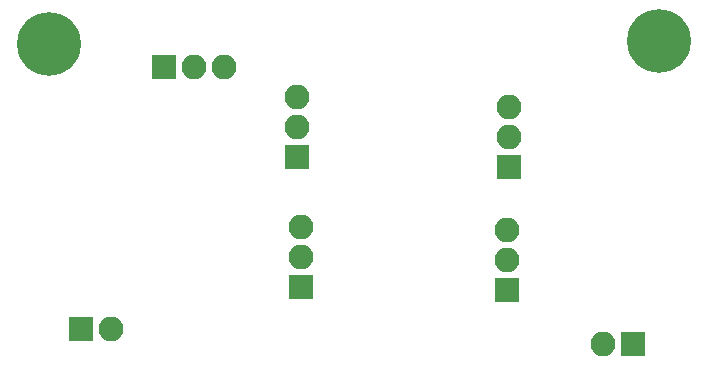
<source format=gbr>
G04 #@! TF.FileFunction,Soldermask,Bot*
%FSLAX46Y46*%
G04 Gerber Fmt 4.6, Leading zero omitted, Abs format (unit mm)*
G04 Created by KiCad (PCBNEW 4.0.6) date 07/05/17 09:07:04*
%MOMM*%
%LPD*%
G01*
G04 APERTURE LIST*
%ADD10C,0.100000*%
%ADD11C,5.400000*%
%ADD12R,2.100000X2.100000*%
%ADD13O,2.100000X2.100000*%
G04 APERTURE END LIST*
D10*
D11*
X115850000Y-62750000D03*
D12*
X125580000Y-64730000D03*
D13*
X128120000Y-64730000D03*
X130660000Y-64730000D03*
D12*
X165354000Y-88138000D03*
D13*
X162814000Y-88138000D03*
D12*
X118618000Y-86868000D03*
D13*
X121158000Y-86868000D03*
D12*
X137240000Y-83320000D03*
D13*
X137240000Y-80780000D03*
X137240000Y-78240000D03*
D12*
X136860000Y-72350000D03*
D13*
X136860000Y-69810000D03*
X136860000Y-67270000D03*
D12*
X154790000Y-73200000D03*
D13*
X154790000Y-70660000D03*
X154790000Y-68120000D03*
D12*
X154686000Y-83566000D03*
D13*
X154686000Y-81026000D03*
X154686000Y-78486000D03*
D11*
X167530000Y-62470000D03*
M02*

</source>
